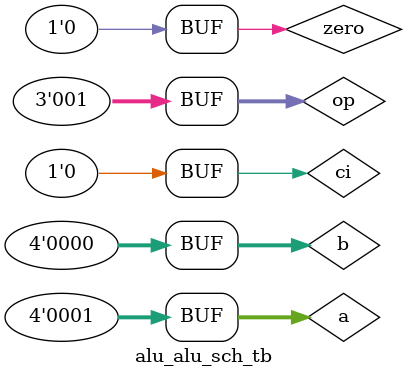
<source format=v>
`timescale 1ns / 1ps

module alu_alu_sch_tb();

// Inputs
   reg [3:0] a;
   reg [3:0] b;
   reg ci;
   reg zero;
   reg [2:0] op;

// Output
   wire [3:0] r;
   wire slt;
   wire co;

// Bidirs

// Instantiate the UUT
   alu UUT (
		.a(a), 
		.b(b), 
		.ci(ci), 
		.r(r), 
		.zero(zero), 
		.slt(slt), 
		.op(op), 
		.co(co)
   );
// Initialize Inputs
initial begin
	a = 0;
	b = 0;
	ci = 0;
	zero = 0;
	op = 0;
// Wait 100ns for the simulator to finish initializing
	#100;
	a = 4;
	b = 2;
	op = 2;
	#1;
	if ((r == 6) && (co == 0))
		$display("okay 1");
	else
		$display("fail 1");

// Wait 100ns for the simulator to finish initializing
	#100;
	a = 5;
	b = 2;
	ci = 1;
	op = 6;
	#1;
	if ((r == 3) && (co == 1))
		$display("okay 1");
	else
		$display("fail 1");

// Wait 100ns for the simulator to finish initializing
	#100;
	a = 2;
	b = 4;
	ci = 1;
	op = 6;
	#1;
	if ((r == -2) && (co == 0))
		$display("okay 1");
	else
		$display("fail 1");
		
// Wait 100ns for the simulator to finish initializing
	#100;
	a = 2;
	b = 3;
	ci = 1;
	op = 6;
	#1;
	if ((r == -1) && (co == 0))
		$display("okay 1");
	else
		$display("fail 1");
		
// Wait 100ns for the simulator to finish initializing
	#100;
	a = 2;
	b = 7;
	ci = 1;
	op = 7;
	#1;
	if ((r == -5) && (slt == 1))
		$display("okay 1");
	else
		$display("fail 1");
		
// Wait 100ns for the simulator to finish initializing
	#100;
	a = 4;
	b = 4;
	ci = 1;
	op = 7;
	#1;
	if ((r == 0) && (slt == 0))
		$display("okay 1");
	else
		$display("fail 1");
		
// Wait 100ns for the simulator to finish initializing
	#100;
	a = 5;
	b = 4;
	ci = 1;
	op = 7;
	#1;
	if ((r == 1) && (slt == 0))
		$display("okay 1");
	else
		$display("fail 1");
		
// Wait 100ns for the simulator to finish initializing
	#100;
	a = -1;
	b = 0;
	ci = 1;
	op = 7;
	#1;
	if ((r == -1) && (slt == 1))
		$display("okay 1");
	else
		$display("fail 1");	
		
// Wait 100ns for the simulator to finish initializing
	#100;
	a = -4;
	b = -4;
	ci = 1;
	op = 7;
	#1;
	if ((r == 0) && (slt == 0))
		$display("okay 1");
	else
		$display("fail 1");	
		
// Wait 100ns for the simulator to finish initializing
	#100;
	a = 1;
	b = 1;
	ci = 0;
	op = 0;
	#1;
	if ((r == 1) && (co == 0))
		$display("okay 1");
	else
		$display("fail 1");
		
// Wait 100ns for the simulator to finish initializing		
	#100;
	a = 1;
	b = 0;
	ci = 0;
	op = 1;
	#1;
	if ((r == 1) && (co == 0))
		$display("okay 1");
	else
		$display("fail 1");	
	end
endmodule

</source>
